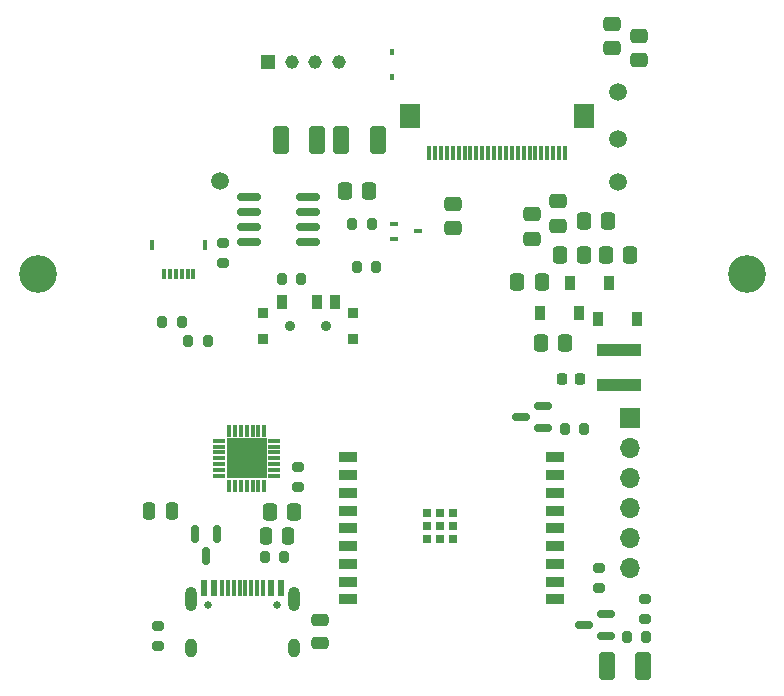
<source format=gts>
G04 #@! TF.GenerationSoftware,KiCad,Pcbnew,6.0.11-2627ca5db0~126~ubuntu20.04.1*
G04 #@! TF.CreationDate,2023-02-15T22:40:27+01:00*
G04 #@! TF.ProjectId,C3-27-epaper-touch,43332d32-372d-4657-9061-7065722d746f,rev?*
G04 #@! TF.SameCoordinates,Original*
G04 #@! TF.FileFunction,Soldermask,Top*
G04 #@! TF.FilePolarity,Negative*
%FSLAX46Y46*%
G04 Gerber Fmt 4.6, Leading zero omitted, Abs format (unit mm)*
G04 Created by KiCad (PCBNEW 6.0.11-2627ca5db0~126~ubuntu20.04.1) date 2023-02-15 22:40:27*
%MOMM*%
%LPD*%
G01*
G04 APERTURE LIST*
G04 Aperture macros list*
%AMRoundRect*
0 Rectangle with rounded corners*
0 $1 Rounding radius*
0 $2 $3 $4 $5 $6 $7 $8 $9 X,Y pos of 4 corners*
0 Add a 4 corners polygon primitive as box body*
4,1,4,$2,$3,$4,$5,$6,$7,$8,$9,$2,$3,0*
0 Add four circle primitives for the rounded corners*
1,1,$1+$1,$2,$3*
1,1,$1+$1,$4,$5*
1,1,$1+$1,$6,$7*
1,1,$1+$1,$8,$9*
0 Add four rect primitives between the rounded corners*
20,1,$1+$1,$2,$3,$4,$5,0*
20,1,$1+$1,$4,$5,$6,$7,0*
20,1,$1+$1,$6,$7,$8,$9,0*
20,1,$1+$1,$8,$9,$2,$3,0*%
G04 Aperture macros list end*
%ADD10C,1.500000*%
%ADD11R,0.450000X0.600000*%
%ADD12RoundRect,0.250000X-0.337500X-0.475000X0.337500X-0.475000X0.337500X0.475000X-0.337500X0.475000X0*%
%ADD13R,1.498600X0.889000*%
%ADD14R,0.711200X0.711200*%
%ADD15RoundRect,0.150000X0.587500X0.150000X-0.587500X0.150000X-0.587500X-0.150000X0.587500X-0.150000X0*%
%ADD16RoundRect,0.250000X0.475000X-0.337500X0.475000X0.337500X-0.475000X0.337500X-0.475000X-0.337500X0*%
%ADD17RoundRect,0.250000X0.337500X0.475000X-0.337500X0.475000X-0.337500X-0.475000X0.337500X-0.475000X0*%
%ADD18C,0.650000*%
%ADD19R,0.600000X1.450000*%
%ADD20R,0.300000X1.450000*%
%ADD21O,1.000000X2.100000*%
%ADD22O,1.000000X1.600000*%
%ADD23RoundRect,0.150000X-0.150000X0.587500X-0.150000X-0.587500X0.150000X-0.587500X0.150000X0.587500X0*%
%ADD24RoundRect,0.200000X0.275000X-0.200000X0.275000X0.200000X-0.275000X0.200000X-0.275000X-0.200000X0*%
%ADD25RoundRect,0.200000X-0.200000X-0.275000X0.200000X-0.275000X0.200000X0.275000X-0.200000X0.275000X0*%
%ADD26RoundRect,0.250000X0.412500X0.925000X-0.412500X0.925000X-0.412500X-0.925000X0.412500X-0.925000X0*%
%ADD27RoundRect,0.150000X-0.825000X-0.150000X0.825000X-0.150000X0.825000X0.150000X-0.825000X0.150000X0*%
%ADD28RoundRect,0.250000X-0.475000X0.337500X-0.475000X-0.337500X0.475000X-0.337500X0.475000X0.337500X0*%
%ADD29RoundRect,0.200000X0.200000X0.275000X-0.200000X0.275000X-0.200000X-0.275000X0.200000X-0.275000X0*%
%ADD30C,3.200000*%
%ADD31C,0.889000*%
%ADD32R,0.889000X1.244600*%
%ADD33R,0.812800X0.939800*%
%ADD34RoundRect,0.250000X-0.475000X0.250000X-0.475000X-0.250000X0.475000X-0.250000X0.475000X0.250000X0*%
%ADD35R,0.304800X1.193800*%
%ADD36R,1.803400X2.006600*%
%ADD37R,0.900000X1.200000*%
%ADD38RoundRect,0.250000X-0.250000X-0.475000X0.250000X-0.475000X0.250000X0.475000X-0.250000X0.475000X0*%
%ADD39RoundRect,0.200000X-0.275000X0.200000X-0.275000X-0.200000X0.275000X-0.200000X0.275000X0.200000X0*%
%ADD40RoundRect,0.250000X0.250000X0.475000X-0.250000X0.475000X-0.250000X-0.475000X0.250000X-0.475000X0*%
%ADD41RoundRect,0.250000X-0.412500X-0.925000X0.412500X-0.925000X0.412500X0.925000X-0.412500X0.925000X0*%
%ADD42R,0.304800X0.812800*%
%ADD43R,0.406400X0.812800*%
%ADD44R,0.300000X1.000000*%
%ADD45R,1.000000X0.300000*%
%ADD46R,3.350000X3.350000*%
%ADD47R,1.150000X1.150000*%
%ADD48C,1.150000*%
%ADD49R,1.700000X1.700000*%
%ADD50O,1.700000X1.700000*%
%ADD51R,0.700000X0.450000*%
%ADD52RoundRect,0.225000X-0.225000X-0.250000X0.225000X-0.250000X0.225000X0.250000X-0.225000X0.250000X0*%
%ADD53R,3.708400X1.092200*%
G04 APERTURE END LIST*
D10*
X156550000Y-82300000D03*
D11*
X137471501Y-73420000D03*
X137471501Y-71320000D03*
D12*
X133475000Y-83050000D03*
X135550000Y-83050000D03*
D10*
X122900000Y-82250000D03*
D13*
X151264000Y-117655087D03*
X151264000Y-116155087D03*
X151264000Y-114655085D03*
X151264000Y-113155086D03*
X151264000Y-111655086D03*
X151264000Y-110155087D03*
X151264000Y-108655087D03*
X151264000Y-107155085D03*
X151264000Y-105655085D03*
X133764000Y-105655085D03*
X133764000Y-107155085D03*
X133764000Y-108655087D03*
X133764000Y-110155087D03*
X133764000Y-111655086D03*
X133764000Y-113155086D03*
X133764000Y-114655085D03*
X133764000Y-116155087D03*
X133764000Y-117655087D03*
D14*
X142658198Y-112555110D03*
X141558198Y-112555110D03*
X140458198Y-112555110D03*
X142658300Y-111455112D03*
X141558300Y-111455112D03*
X140458299Y-111455112D03*
X142658198Y-110355114D03*
X141558198Y-110355114D03*
X140458198Y-110355114D03*
D15*
X155587500Y-120800000D03*
X155587500Y-118900000D03*
X153712500Y-119850000D03*
D16*
X149300000Y-87137500D03*
X149300000Y-85062500D03*
D17*
X152137500Y-96000000D03*
X150062500Y-96000000D03*
D18*
X127690000Y-118150000D03*
X121910000Y-118150000D03*
D19*
X121550000Y-116705000D03*
X122350000Y-116705000D03*
D20*
X123550000Y-116705000D03*
X124550000Y-116705000D03*
X125050000Y-116705000D03*
X126050000Y-116705000D03*
D19*
X127250000Y-116705000D03*
X128050000Y-116705000D03*
X128050000Y-116705000D03*
X127250000Y-116705000D03*
D20*
X126550000Y-116705000D03*
X125550000Y-116705000D03*
X124050000Y-116705000D03*
X123050000Y-116705000D03*
D19*
X122350000Y-116705000D03*
X121550000Y-116705000D03*
D21*
X129120000Y-117620000D03*
D22*
X129120000Y-121800000D03*
X120480000Y-121800000D03*
D21*
X120480000Y-117620000D03*
D23*
X122650000Y-112125000D03*
X120750000Y-112125000D03*
X121700000Y-114000000D03*
D24*
X129525000Y-108125000D03*
X129525000Y-106475000D03*
D12*
X155550000Y-88500000D03*
X157625000Y-88500000D03*
D25*
X128125000Y-90550000D03*
X129775000Y-90550000D03*
D26*
X131137500Y-78800000D03*
X128062500Y-78800000D03*
D17*
X155787500Y-85650000D03*
X153712500Y-85650000D03*
D27*
X125375000Y-83595000D03*
X125375000Y-84865000D03*
X125375000Y-86135000D03*
X125375000Y-87405000D03*
X130325000Y-87405000D03*
X130325000Y-86135000D03*
X130325000Y-84865000D03*
X130325000Y-83595000D03*
D28*
X158400000Y-69962500D03*
X158400000Y-72037500D03*
D25*
X134475000Y-89530000D03*
X136125000Y-89530000D03*
D29*
X158980000Y-120820000D03*
X157330000Y-120820000D03*
D10*
X156550000Y-74750000D03*
D30*
X107450000Y-90100000D03*
D16*
X156100000Y-71000000D03*
X156100000Y-68925000D03*
D29*
X153745000Y-103210000D03*
X152095000Y-103210000D03*
D31*
X128851400Y-94530000D03*
X131848600Y-94530000D03*
D32*
X128102100Y-92454820D03*
X131099300Y-92454820D03*
X132597900Y-92454820D03*
D33*
X126550160Y-93399700D03*
X134149840Y-93399700D03*
X126550160Y-95660300D03*
X134149840Y-95660300D03*
D34*
X131400000Y-119450000D03*
X131400000Y-121350000D03*
D35*
X152100001Y-79895600D03*
X151600000Y-79895600D03*
X151100001Y-79895600D03*
X150599999Y-79895600D03*
X150100000Y-79895600D03*
X149600001Y-79895600D03*
X149100000Y-79895600D03*
X148600001Y-79895600D03*
X148099999Y-79895600D03*
X147600000Y-79895600D03*
X147100001Y-79895600D03*
X146600000Y-79895600D03*
X146100000Y-79895600D03*
X145599999Y-79895600D03*
X145100000Y-79895600D03*
X144600001Y-79895600D03*
X144099999Y-79895600D03*
X143600000Y-79895600D03*
X143099999Y-79895600D03*
X142600000Y-79895600D03*
X142100001Y-79895600D03*
X141599999Y-79895600D03*
X141100000Y-79895600D03*
X140600001Y-79895600D03*
D36*
X153750000Y-76745601D03*
X138950000Y-76745601D03*
D17*
X153737500Y-88500000D03*
X151662500Y-88500000D03*
D25*
X126675000Y-114100000D03*
X128325000Y-114100000D03*
D15*
X150237500Y-103190000D03*
X150237500Y-101290000D03*
X148362500Y-102240000D03*
D37*
X155800000Y-90850000D03*
X152500000Y-90850000D03*
D38*
X126750000Y-112300000D03*
X128650000Y-112300000D03*
D39*
X123150000Y-87525000D03*
X123150000Y-89175000D03*
D29*
X119650000Y-94200000D03*
X118000000Y-94200000D03*
D40*
X118800000Y-110200000D03*
X116900000Y-110200000D03*
D41*
X155625000Y-123270000D03*
X158700000Y-123270000D03*
D17*
X129162500Y-110275000D03*
X127087500Y-110275000D03*
D29*
X135725000Y-85850000D03*
X134075000Y-85850000D03*
D42*
X118150000Y-90139000D03*
X118649999Y-90139000D03*
X119150001Y-90139000D03*
X119650000Y-90139000D03*
X120150001Y-90139000D03*
X120650000Y-90139000D03*
D43*
X121650001Y-87625878D03*
X117149999Y-87625878D03*
D25*
X120200000Y-95820000D03*
X121850000Y-95820000D03*
D39*
X117650000Y-119925000D03*
X117650000Y-121575000D03*
D16*
X142600000Y-86237500D03*
X142600000Y-84162500D03*
D44*
X123650000Y-108075000D03*
X124150000Y-108075000D03*
X124650000Y-108075000D03*
X125150000Y-108075000D03*
X125650000Y-108075000D03*
X126150000Y-108075000D03*
X126650000Y-108075000D03*
D45*
X127500000Y-107225000D03*
X127500000Y-106725000D03*
X127500000Y-106225000D03*
X127500000Y-105725000D03*
X127500000Y-105225000D03*
X127500000Y-104725000D03*
X127500000Y-104225000D03*
D44*
X126650000Y-103375000D03*
X126150000Y-103375000D03*
X125650000Y-103375000D03*
X125150000Y-103375000D03*
X124650000Y-103375000D03*
X124150000Y-103375000D03*
X123650000Y-103375000D03*
D45*
X122800000Y-104225000D03*
X122800000Y-104725000D03*
X122800000Y-105225000D03*
X122800000Y-105725000D03*
X122800000Y-106225000D03*
X122800000Y-106725000D03*
X122800000Y-107225000D03*
D46*
X125150000Y-105725000D03*
D47*
X126971501Y-72200000D03*
D48*
X128971502Y-72200000D03*
X130971501Y-72200000D03*
X132971502Y-72200000D03*
D37*
X150000000Y-93450000D03*
X153300000Y-93450000D03*
D17*
X150137500Y-90800000D03*
X148062500Y-90800000D03*
D49*
X157650000Y-102350000D03*
D50*
X157650000Y-104890000D03*
X157650000Y-107430000D03*
X157650000Y-109970000D03*
X157650000Y-112510000D03*
X157650000Y-115050000D03*
D41*
X133162500Y-78800000D03*
X136237500Y-78800000D03*
D10*
X156550000Y-78650000D03*
D51*
X137650000Y-85850000D03*
X137650000Y-87150000D03*
X139650000Y-86500000D03*
D52*
X151850000Y-99050000D03*
X153400000Y-99050000D03*
D24*
X155000000Y-116675000D03*
X155000000Y-115025000D03*
D53*
X156650000Y-96551400D03*
X156650000Y-99548600D03*
D37*
X158200000Y-93950000D03*
X154900000Y-93950000D03*
D30*
X167500000Y-90100000D03*
D16*
X151550000Y-86037500D03*
X151550000Y-83962500D03*
D39*
X158910000Y-117665000D03*
X158910000Y-119315000D03*
M02*

</source>
